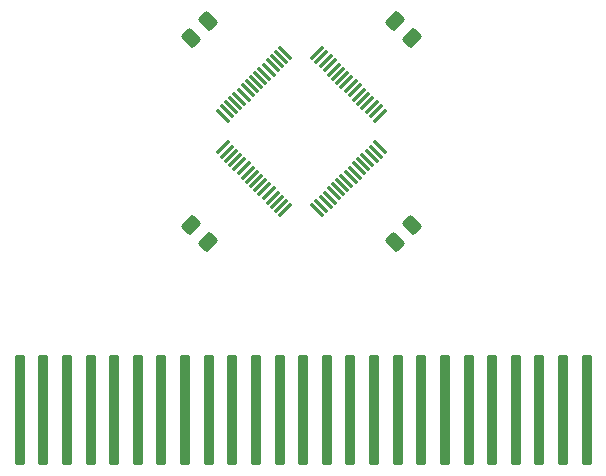
<source format=gtp>
G04 #@! TF.GenerationSoftware,KiCad,Pcbnew,(6.0.11)*
G04 #@! TF.CreationDate,2024-06-19T21:48:15+02:00*
G04 #@! TF.ProjectId,tcbm2sd,7463626d-3273-4642-9e6b-696361645f70,1.0*
G04 #@! TF.SameCoordinates,Original*
G04 #@! TF.FileFunction,Paste,Top*
G04 #@! TF.FilePolarity,Positive*
%FSLAX46Y46*%
G04 Gerber Fmt 4.6, Leading zero omitted, Abs format (unit mm)*
G04 Created by KiCad (PCBNEW (6.0.11)) date 2024-06-19 21:48:15*
%MOMM*%
%LPD*%
G01*
G04 APERTURE LIST*
G04 Aperture macros list*
%AMRoundRect*
0 Rectangle with rounded corners*
0 $1 Rounding radius*
0 $2 $3 $4 $5 $6 $7 $8 $9 X,Y pos of 4 corners*
0 Add a 4 corners polygon primitive as box body*
4,1,4,$2,$3,$4,$5,$6,$7,$8,$9,$2,$3,0*
0 Add four circle primitives for the rounded corners*
1,1,$1+$1,$2,$3*
1,1,$1+$1,$4,$5*
1,1,$1+$1,$6,$7*
1,1,$1+$1,$8,$9*
0 Add four rect primitives between the rounded corners*
20,1,$1+$1,$2,$3,$4,$5,0*
20,1,$1+$1,$4,$5,$6,$7,0*
20,1,$1+$1,$6,$7,$8,$9,0*
20,1,$1+$1,$8,$9,$2,$3,0*%
G04 Aperture macros list end*
%ADD10RoundRect,0.250000X-0.097227X0.574524X-0.574524X0.097227X0.097227X-0.574524X0.574524X-0.097227X0*%
%ADD11RoundRect,0.250000X0.574524X0.097227X0.097227X0.574524X-0.574524X-0.097227X-0.097227X-0.574524X0*%
%ADD12RoundRect,0.250000X-0.574524X-0.097227X-0.097227X-0.574524X0.574524X0.097227X0.097227X0.574524X0*%
%ADD13RoundRect,0.075000X-0.415425X-0.521491X0.521491X0.415425X0.415425X0.521491X-0.521491X-0.415425X0*%
%ADD14RoundRect,0.075000X0.415425X-0.521491X0.521491X-0.415425X-0.415425X0.521491X-0.521491X0.415425X0*%
%ADD15RoundRect,0.112500X-0.337500X-4.512500X0.337500X-4.512500X0.337500X4.512500X-0.337500X4.512500X0*%
G04 APERTURE END LIST*
D10*
X157705623Y-129822377D03*
X156238377Y-131289623D03*
D11*
X156238377Y-112550377D03*
X157705623Y-114017623D03*
D12*
X140433623Y-131289623D03*
X138966377Y-129822377D03*
D13*
X141680357Y-123272342D03*
X142033911Y-123625895D03*
X142387464Y-123979449D03*
X142741018Y-124333002D03*
X143094571Y-124686555D03*
X143448124Y-125040109D03*
X143801678Y-125393662D03*
X144155231Y-125747215D03*
X144508785Y-126100769D03*
X144862338Y-126454322D03*
X145215891Y-126807876D03*
X145569445Y-127161429D03*
X145922998Y-127514982D03*
X146276551Y-127868536D03*
X146630105Y-128222089D03*
X146983658Y-128575643D03*
D14*
X149688342Y-128575643D03*
X150041895Y-128222089D03*
X150395449Y-127868536D03*
X150749002Y-127514982D03*
X151102555Y-127161429D03*
X151456109Y-126807876D03*
X151809662Y-126454322D03*
X152163215Y-126100769D03*
X152516769Y-125747215D03*
X152870322Y-125393662D03*
X153223876Y-125040109D03*
X153577429Y-124686555D03*
X153930982Y-124333002D03*
X154284536Y-123979449D03*
X154638089Y-123625895D03*
X154991643Y-123272342D03*
D13*
X154991643Y-120567658D03*
X154638089Y-120214105D03*
X154284536Y-119860551D03*
X153930982Y-119506998D03*
X153577429Y-119153445D03*
X153223876Y-118799891D03*
X152870322Y-118446338D03*
X152516769Y-118092785D03*
X152163215Y-117739231D03*
X151809662Y-117385678D03*
X151456109Y-117032124D03*
X151102555Y-116678571D03*
X150749002Y-116325018D03*
X150395449Y-115971464D03*
X150041895Y-115617911D03*
X149688342Y-115264357D03*
D14*
X146983658Y-115264357D03*
X146630105Y-115617911D03*
X146276551Y-115971464D03*
X145922998Y-116325018D03*
X145569445Y-116678571D03*
X145215891Y-117032124D03*
X144862338Y-117385678D03*
X144508785Y-117739231D03*
X144155231Y-118092785D03*
X143801678Y-118446338D03*
X143448124Y-118799891D03*
X143094571Y-119153445D03*
X142741018Y-119506998D03*
X142387464Y-119860551D03*
X142033911Y-120214105D03*
X141680357Y-120567658D03*
D10*
X140433623Y-112550377D03*
X138966377Y-114017623D03*
D15*
X124501100Y-145503600D03*
X126501100Y-145503600D03*
X128501100Y-145503600D03*
X130501100Y-145503600D03*
X132501100Y-145503600D03*
X134501100Y-145503600D03*
X136501100Y-145503600D03*
X138501100Y-145503600D03*
X140501100Y-145503600D03*
X142501100Y-145503600D03*
X144501100Y-145503600D03*
X146501100Y-145503600D03*
X148501100Y-145503600D03*
X150501100Y-145503600D03*
X152501100Y-145503600D03*
X154501100Y-145503600D03*
X156501100Y-145503600D03*
X158501100Y-145503600D03*
X160501100Y-145503600D03*
X162501100Y-145503600D03*
X164501100Y-145503600D03*
X166501100Y-145503600D03*
X168501100Y-145503600D03*
X170501100Y-145503600D03*
X172501100Y-145503600D03*
M02*

</source>
